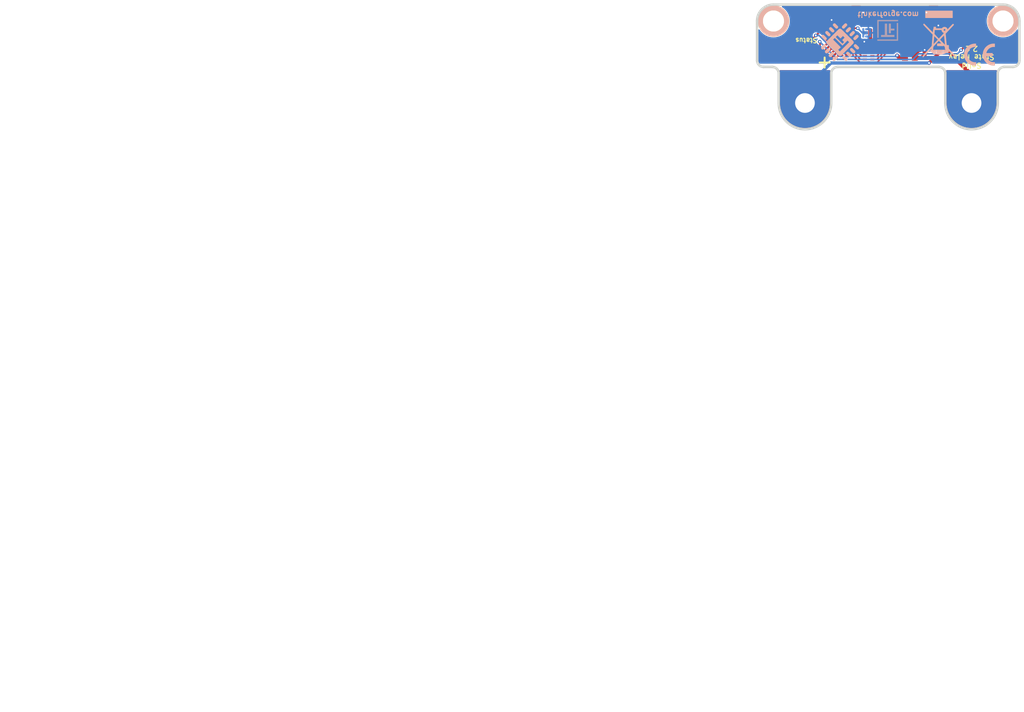
<source format=kicad_pcb>
(kicad_pcb (version 20211014) (generator pcbnew)
  (title_block (title "Solid State Relay Bricklet") (date "2023-01-27") (rev "2.1") (company "Tinkerforge GmbH") (comment 1 "Licensed under CERN OHL v.1.1") (comment 2 "Copyright (©) 2023, T.Schneidermann <tim@tinkerforge.com>"))
  (layers (0 "F.Cu" mixed "Vorderseite") (31 "B.Cu" signal "Rückseite") (34 "B.Paste" user) (35 "F.Paste" user) (36 "B.SilkS" user "B.Silkscreen") (37 "F.SilkS" user "F.Silkscreen") (38 "B.Mask" user) (39 "F.Mask" user) (44 "Edge.Cuts" user))
  (net 0 "")
  (net 1 "+5V")
  (net 2 "GND")
  (net 3 "VCC")
  (net 4 "Net-(P1-Pad4)")
  (net 5 "Net-(P1-Pad5)")
  (net 6 "Net-(P1-Pad6)")
  (net 7 "Net-(C1-Pad1)")
  (net 8 "Net-(D1-Pad2)")
  (net 9 "Net-(P5-Pad2)")
  (net 10 "SSR")
  (net 11 "Net-(R3-Pad1)")
  (net 12 "S-MISO")
  (net 13 "S-MOSI")
  (net 14 "S-CLK")
  (net 15 "S-CS")
  (net 31 "Net-(Q1-PadD)")
  (footprint "kicad-libraries:Fiducial_Mark" (layer "F.Cu") (at 135.3 94.6 -90)
    (fp_text reference "Fiducial_Mark" hide)
    (fp_text value "VAL**" hide)
    (pad "1" smd circle locked (at 0 0 270) (size 1.00076 1.00076) (layers "F.Cu" "F.Paste" "F.Mask") (clearance 0.65024))
  )
  (footprint "kicad-libraries:C0805" (layer "F.Cu") (at 154 94.2)
    (fp_text reference "C2")
    (fp_text value "10uF")
    (pad "1" smd rect locked (at -1.00076 0) (size 1.00076 1.24968) (layers "F.Cu" "F.Paste" "F.Mask") (net 3 "VCC") (clearance 0.14986))
    (pad "2" smd rect locked (at 1.00076 0) (size 1.00076 1.24968) (layers "F.Cu" "F.Paste" "F.Mask") (net 2 "GND") (clearance 0.14986))
  )
  (footprint "kicad-libraries:C0603F" (layer "F.Cu") (at 153.8 95.7)
    (fp_text reference "C3")
    (fp_text value "1uF")
    (pad "1" smd rect locked (at -0.75 0) (size 0.9 0.9) (layers "F.Cu" "F.Paste" "F.Mask") (net 3 "VCC"))
    (pad "2" smd rect locked (at 0.75 0) (size 0.9 0.9) (layers "F.Cu" "F.Paste" "F.Mask") (net 2 "GND"))
  )
  (footprint "kicad-libraries:C0603F" (layer "F.Cu") (at 140.8 91 45)
    (fp_text reference "C4")
    (fp_text value "100nF")
    (pad "1" smd rect locked (at -0.75 0 45) (size 0.9 0.9) (layers "F.Cu" "F.Paste" "F.Mask") (net 3 "VCC"))
    (pad "2" smd rect locked (at 0.75 0 45) (size 0.9 0.9) (layers "F.Cu" "F.Paste" "F.Mask") (net 2 "GND"))
  )
  (footprint "kicad-libraries:CON-SENSOR2" (layer "F.Cu") (at 151.5 87.6 180)
    (fp_text reference "P1")
    (fp_text value "CON-SENSOR2")
    (pad "1" smd rect locked (at -3.75 -4.6 180) (size 0.6 1.8) (layers "F.Cu" "F.Paste" "F.Mask") (net 1 "+5V"))
    (pad "2" smd rect locked (at -2.5 -4.6 180) (size 0.6 1.8) (layers "F.Cu" "F.Paste" "F.Mask") (net 2 "GND"))
    (pad "3" smd rect locked (at -1.25 -4.6 180) (size 0.6 1.8) (layers "F.Cu" "F.Paste" "F.Mask") (net 3 "VCC"))
    (pad "4" smd rect locked (at 0 -4.6 180) (size 0.6 1.8) (layers "F.Cu" "F.Paste" "F.Mask") (net 4 "Net-(P1-Pad4)"))
    (pad "5" smd rect locked (at 1.25 -4.6 180) (size 0.6 1.8) (layers "F.Cu" "F.Paste" "F.Mask") (net 5 "Net-(P1-Pad5)"))
    (pad "6" smd rect locked (at 2.5 -4.6 180) (size 0.6 1.8) (layers "F.Cu" "F.Paste" "F.Mask") (net 6 "Net-(P1-Pad6)"))
    (pad "7" smd rect locked (at 3.75 -4.6 180) (size 0.6 1.8) (layers "F.Cu" "F.Paste" "F.Mask") (net 7 "Net-(C1-Pad1)"))
    (pad "EP" smd rect locked (at 5.9 -1.2 180) (size 1.4 2.4) (layers "F.Cu" "F.Paste" "F.Mask") (net 2 "GND"))
    (pad "EP" smd rect locked (at -5.9 -1.2 180) (size 1.4 2.4) (layers "F.Cu" "F.Paste" "F.Mask") (net 2 "GND"))
  )
  (footprint "kicad-libraries:Drill" (layer "F.Cu") (at 163.2 102.6 -90)
    (fp_text reference "P3" hide)
    (fp_text value "TST" hide)
    (pad "1" thru_hole circle (at 0 0 270) (size 4.7 4.7) (drill 3) (layers *.Cu *.Mask) (net 31 "Net-(Q1-PadD)"))
  )
  (footprint "kicad-libraries:Drill" (layer "F.Cu") (at 137.8 102.6 -90)
    (fp_text reference "P2" hide)
    (fp_text value "TST" hide)
    (pad "1" thru_hole circle (at 0 0 270) (size 4.7 4.7) (drill 3) (layers *.Cu *.Mask) (net 1 "+5V"))
  )
  (footprint "kicad-libraries:SOT23GDS" (layer "F.Cu") (at 159.9 91.8)
    (fp_text reference "Q1")
    (fp_text value "2N7002P")
    (pad "D" smd rect locked (at 0 1.016) (size 0.9144 0.9144) (layers "F.Cu" "F.Paste" "F.Mask") (net 31 "Net-(Q1-PadD)"))
    (pad "G" smd rect locked (at 0.889 -1.016) (size 0.9144 0.9144) (layers "F.Cu" "F.Paste" "F.Mask") (net 10 "SSR"))
    (pad "S" smd rect locked (at -0.889 -1.016) (size 0.9144 0.9144) (layers "F.Cu" "F.Paste" "F.Mask") (net 2 "GND"))
  )
  (footprint "kicad-libraries:R0603F" (layer "F.Cu") (at 138 95.7 180)
    (fp_text reference "R3")
    (fp_text value "1k")
    (pad "1" smd rect locked (at -0.75 0 180) (size 0.9 0.9) (layers "F.Cu" "F.Paste" "F.Mask") (net 11 "Net-(R3-Pad1)"))
    (pad "2" smd rect locked (at 0.75 0 180) (size 0.9 0.9) (layers "F.Cu" "F.Paste" "F.Mask") (net 8 "Net-(D1-Pad2)"))
  )
  (footprint "kicad-libraries:4X0402" (layer "F.Cu") (at 147.5 95.7 90)
    (fp_text reference "RP1")
    (fp_text value "82")
    (pad "1" smd rect locked (at -0.7493 0.575 270) (size 0.29972 0.65) (layers "F.Cu" "F.Paste" "F.Mask") (net 4 "Net-(P1-Pad4)"))
    (pad "2" smd rect locked (at -0.24892 0.575 270) (size 0.29972 0.65) (layers "F.Cu" "F.Paste" "F.Mask") (net 5 "Net-(P1-Pad5)"))
    (pad "3" smd rect locked (at 0.24892 0.575 270) (size 0.29972 0.65) (layers "F.Cu" "F.Paste" "F.Mask") (net 6 "Net-(P1-Pad6)"))
    (pad "4" smd rect locked (at 0.7493 0.575 270) (size 0.29972 0.65) (layers "F.Cu" "F.Paste" "F.Mask") (net 7 "Net-(C1-Pad1)"))
    (pad "5" smd rect locked (at 0.7493 -0.575 90) (size 0.29972 0.65) (layers "F.Cu" "F.Paste" "F.Mask") (net 12 "S-MISO"))
    (pad "6" smd rect locked (at 0.24892 -0.575 90) (size 0.29972 0.65) (layers "F.Cu" "F.Paste" "F.Mask") (net 13 "S-MOSI"))
    (pad "7" smd rect locked (at -0.24892 -0.575 90) (size 0.29972 0.65) (layers "F.Cu" "F.Paste" "F.Mask") (net 14 "S-CLK"))
    (pad "8" smd rect locked (at -0.7493 -0.575 90) (size 0.29972 0.65) (layers "F.Cu" "F.Paste" "F.Mask") (net 15 "S-CS"))
  )
  (footprint "kicad-libraries:QFN24-4x4mm-0.5mm" (layer "F.Cu") (at 143.2 93.3 -135)
    (fp_text reference "U1")
    (fp_text value "XMC110024")
    (pad "1" smd oval locked (at -2.025 -1.25 225) (size 1 0.3) (layers "F.Cu" "F.Paste" "F.Mask") (net 12 "S-MISO"))
    (pad "2" smd oval locked (at -2.025 -0.75 225) (size 1 0.3) (layers "F.Cu" "F.Paste" "F.Mask"))
    (pad "3" smd oval locked (at -2.025 -0.25 225) (size 1 0.3) (layers "F.Cu" "F.Paste" "F.Mask"))
    (pad "4" smd oval locked (at -2.025 0.25 225) (size 1 0.3) (layers "F.Cu" "F.Paste" "F.Mask") (net 9 "Net-(P5-Pad2)"))
    (pad "5" smd oval locked (at -2.025 0.75 225) (size 1 0.3) (layers "F.Cu" "F.Paste" "F.Mask"))
    (pad "6" smd oval locked (at -2.025 1.25 225) (size 1 0.3) (layers "F.Cu" "F.Paste" "F.Mask"))
    (pad "7" smd oval locked (at -1.25 2.025 315) (size 1 0.3) (layers "F.Cu" "F.Paste" "F.Mask"))
    (pad "8" smd oval locked (at -0.75 2.025 315) (size 1 0.3) (layers "F.Cu" "F.Paste" "F.Mask"))
    (pad "9" smd oval locked (at -0.25 2.025 315) (size 1 0.3) (layers "F.Cu" "F.Paste" "F.Mask") (net 2 "GND"))
    (pad "10" smd oval locked (at 0.25 2.025 315) (size 1 0.3) (layers "F.Cu" "F.Paste" "F.Mask") (net 3 "VCC"))
    (pad "11" smd oval locked (at 0.75 2.025 315) (size 1 0.3) (layers "F.Cu" "F.Paste" "F.Mask"))
    (pad "12" smd oval locked (at 1.25 2.025 315) (size 1 0.3) (layers "F.Cu" "F.Paste" "F.Mask"))
    (pad "13" smd oval locked (at 2.025 1.25 225) (size 1 0.3) (layers "F.Cu" "F.Paste" "F.Mask") (net 10 "SSR"))
    (pad "14" smd oval locked (at 2.025 0.75 225) (size 1 0.3) (layers "F.Cu" "F.Paste" "F.Mask"))
    (pad "15" smd oval locked (at 2.025 0.25 225) (size 1 0.3) (layers "F.Cu" "F.Paste" "F.Mask") (net 11 "Net-(R3-Pad1)"))
    (pad "16" smd oval locked (at 2.025 -0.25 225) (size 1 0.3) (layers "F.Cu" "F.Paste" "F.Mask"))
    (pad "17" smd oval locked (at 2.025 -0.75 225) (size 1 0.3) (layers "F.Cu" "F.Paste" "F.Mask"))
    (pad "18" smd oval locked (at 2.025 -1.25 225) (size 1 0.3) (layers "F.Cu" "F.Paste" "F.Mask"))
    (pad "19" smd oval locked (at 1.25 -2.025 315) (size 1 0.3) (layers "F.Cu" "F.Paste" "F.Mask"))
    (pad "20" smd oval locked (at 0.75 -2.025 315) (size 1 0.3) (layers "F.Cu" "F.Paste" "F.Mask"))
    (pad "21" smd oval locked (at 0.25 -2.025 315) (size 1 0.3) (layers "F.Cu" "F.Paste" "F.Mask"))
    (pad "22" smd oval locked (at -0.25 -2.025 315) (size 1 0.3) (layers "F.Cu" "F.Paste" "F.Mask") (net 15 "S-CS"))
    (pad "23" smd oval locked (at -0.75 -2.025 315) (size 1 0.3) (layers "F.Cu" "F.Paste" "F.Mask") (net 14 "S-CLK"))
    (pad "24" smd oval locked (at -1.25 -2.025 315) (size 1 0.3) (layers "F.Cu" "F.Paste" "F.Mask") (net 13 "S-MOSI"))
    (pad "EXP" smd rect locked (at -0.65 -0.65 225) (size 1.3 1.3) (layers "F.Cu" "F.Paste" "F.Mask") (net 2 "GND"))
    (pad "EXP" smd rect locked (at 0.65 0.65 225) (size 1.3 1.3) (layers "F.Cu" "F.Paste" "F.Mask") (net 2 "GND"))
    (pad "EXP" smd rect locked (at 0.65 -0.65 225) (size 1.3 1.3) (layers "F.Cu" "F.Paste" "F.Mask") (net 2 "GND"))
    (pad "EXP" smd rect locked (at -0.65 0.65 225) (size 1.3 1.3) (layers "F.Cu" "F.Paste" "F.Mask") (net 2 "GND"))
  )
  (footprint "kicad-libraries:DRILL_NP" (layer "F.Cu") (at 168 90.1 -90)
    (fp_text reference "U2" hide)
    (fp_text value "DRILL" hide)
    (pad "" np_thru_hole circle (at 0 0 270) (size 3.2 3.2) (drill 3.2) (layers F&B.Cu *.Mask) (clearance 0.89))
  )
  (footprint "kicad-libraries:DRILL_NP" (layer "F.Cu") (at 133 90.1 -90)
    (fp_text reference "U3" hide)
    (fp_text value "DRILL" hide)
    (pad "" np_thru_hole circle (at 0 0 270) (size 3.2 3.2) (drill 3.2) (layers F&B.Cu *.Mask) (clearance 0.89))
  )
  (footprint "kicad-libraries:R0603F" (layer "F.Cu") (at 159.9 89 180)
    (fp_text reference "R1")
    (fp_text value "10k")
    (pad "1" smd rect locked (at -0.75 0 180) (size 0.9 0.9) (layers "F.Cu" "F.Paste" "F.Mask") (net 10 "SSR"))
    (pad "2" smd rect locked (at 0.75 0 180) (size 0.9 0.9) (layers "F.Cu" "F.Paste" "F.Mask") (net 2 "GND"))
  )
  (footprint "kicad-libraries:R0603F" (layer "F.Cu") (at 159.1 94.1)
    (fp_text reference "R2")
    (fp_text value "1k")
    (pad "1" smd rect locked (at -0.75 0) (size 0.9 0.9) (layers "F.Cu" "F.Paste" "F.Mask") (net 1 "+5V"))
    (pad "2" smd rect locked (at 0.75 0) (size 0.9 0.9) (layers "F.Cu" "F.Paste" "F.Mask") (net 31 "Net-(Q1-PadD)"))
  )
  (footprint "kicad-libraries:C0402F" (layer "F.Cu") (at 147.5 94 180)
    (fp_text reference "C1")
    (fp_text value "220pF")
    (pad "1" smd rect locked (at -0.5 0 180) (size 0.6 0.7) (layers "F.Cu" "F.Paste" "F.Mask") (net 7 "Net-(C1-Pad1)"))
    (pad "2" smd rect locked (at 0.5 0 180) (size 0.6 0.7) (layers "F.Cu" "F.Paste" "F.Mask") (net 2 "GND"))
  )
  (footprint "kicad-libraries:D0603F" (layer "F.Cu") (at 138 94.4 180)
    (fp_text reference "D1")
    (fp_text value "blue")
    (pad "1" smd rect locked (at -0.75 0 180) (size 0.9 0.9) (layers "F.Cu" "F.Paste" "F.Mask") (net 3 "VCC"))
    (pad "2" smd rect locked (at 0.75 0 180) (size 0.9 0.9) (layers "F.Cu" "F.Paste" "F.Mask") (net 8 "Net-(D1-Pad2)"))
  )
  (footprint "Logo_31x31m" (layer "B.Cu") (at 152 93.1 180)
    (fp_text reference "G***" hide)
    (fp_text value "LOGO" hide)
  )
  (footprint "kicad-libraries:WEEE_7mm" (layer "B.Cu") (at 158.25 92.1)
    (fp_text reference "VAL" hide)
    (fp_text value "WEEE_7mm" hide)
  )
  (footprint "kicad-libraries:SolderJumper" (layer "B.Cu") (at 147.25 91.9 180)
    (fp_text reference "P5")
    (fp_text value "BOOT")
    (pad "1" smd rect locked (at -0.5 0 180) (size 0.4 1.4) (layers "B.Cu" "B.Mask") (net 2 "GND"))
    (pad "1" smd rect locked (at -0.225 -0.55 180) (size 0.95 0.3) (layers "B.Cu" "B.Mask") (net 2 "GND"))
    (pad "1" smd rect locked (at -0.225 0.55 180) (size 0.95 0.3) (layers "B.Cu" "B.Mask") (net 2 "GND"))
    (pad "2" smd rect locked (at 0.55 0 180) (size 0.3 1.4) (layers "B.Cu" "B.Mask") (net 9 "Net-(P5-Pad2)"))
    (pad "2" smd rect locked (at 0.15 0 180) (size 0.6 0.5) (layers "B.Cu" "B.Mask") (net 9 "Net-(P5-Pad2)"))
  )
  (footprint "kicad-libraries:Logo_CoMCU" (layer "B.Cu") (at 143.15 93.35 45)
    (fp_text reference "G***" hide)
    (fp_text value "LOGO" hide)
  )
  (footprint "kicad-libraries:CE_5mm" (layer "B.Cu") (at 164.45 95.225)
    (fp_text reference "VAL" hide)
    (fp_text value "CE_5mm" hide)
  )
  (gr_line (start 168.2 97.1) (end 169.5 97.1) (layer "Edge.Cuts") (width 0.381))
  (gr_arc (start 168 87.6) (mid 169.767767 88.332233) (end 170.5 90.1) (layer "Edge.Cuts") (width 0.381))
  (gr_arc (start 167.2 98.1) (mid 167.492893 97.392893) (end 168.2 97.1) (layer "Edge.Cuts") (width 0.381))
  (gr_arc (start 141.8 102.6) (mid 140.628427 105.428427) (end 137.8 106.6) (layer "Edge.Cuts") (width 0.381))
  (gr_line (start 133.8 102.6) (end 133.8 98.1) (layer "Edge.Cuts") (width 0.381))
  (gr_arc (start 132.8 97.1) (mid 133.507107 97.392893) (end 133.8 98.1) (layer "Edge.Cuts") (width 0.381))
  (gr_arc (start 170.5 96.1) (mid 170.207107 96.807107) (end 169.5 97.1) (layer "Edge.Cuts") (width 0.381))
  (gr_arc (start 158.2 97.1) (mid 158.907107 97.392893) (end 159.2 98.1) (layer "Edge.Cuts") (width 0.381))
  (gr_line (start 131.5 97.1) (end 132.8 97.1) (layer "Edge.Cuts") (width 0.381))
  (gr_line (start 133 87.6) (end 168 87.6) (layer "Edge.Cuts") (width 0.381))
  (gr_line (start 158.2 97.1) (end 142.8 97.1) (layer "Edge.Cuts") (width 0.381))
  (gr_arc (start 137.8 106.6) (mid 134.971573 105.428427) (end 133.8 102.6) (layer "Edge.Cuts") (width 0.381))
  (gr_line (start 170.5 96.1) (end 170.5 90.1) (layer "Edge.Cuts") (width 0.381))
  (gr_arc (start 167.2 102.6) (mid 166.028427 105.428427) (end 163.2 106.6) (layer "Edge.Cuts") (width 0.381))
  (gr_line (start 130.5 96.1) (end 130.5 90.1) (layer "Edge.Cuts") (width 0.381))
  (gr_line (start 141.8 102.6) (end 141.8 98.1) (layer "Edge.Cuts") (width 0.381))
  (gr_arc (start 163.2 106.6) (mid 160.371573 105.428427) (end 159.2 102.6) (layer "Edge.Cuts") (width 0.381))
  (gr_arc (start 141.8 98.1) (mid 142.092893 97.392893) (end 142.8 97.1) (layer "Edge.Cuts") (width 0.381))
  (gr_arc (start 131.5 97.1) (mid 130.792893 96.807107) (end 130.5 96.1) (layer "Edge.Cuts") (width 0.381))
  (gr_line (start 159.2 102.6) (end 159.2 98.1) (layer "Edge.Cuts") (width 0.381))
  (gr_arc (start 130.5 90.1) (mid 131.232233 88.332233) (end 133 87.6) (layer "Edge.Cuts") (width 0.381))
  (gr_line (start 167.2 102.6) (end 167.2 98.1) (layer "Edge.Cuts") (width 0.381))
  (gr_text "tinkerforge.com" (at 150.5 89.1 180) (layer "B.SilkS") (effects (font (size 0.8 0.8)) (justify mirror)))
  (gr_text "Solid\nState Relay\n2.1" (at 163.2 95.6 180) (layer "F.SilkS") (effects (font (size 0.8 0.8))))
  (gr_text "+" (at 140.95 96.43 270) (layer "F.SilkS") (effects (font (size 2 2) (thickness 0.3))))
  (gr_text "Status" (at 138 93.05 180) (layer "F.SilkS") (effects (font (size 0.7 0.7))))
  (segment (start 155.8 92.2) (end 157.7 94.1) (width 0.29972) (layer "F.Cu") (net 1))
  (segment (start 157.7 94.1) (end 158.35 94.1) (width 0.29972) (layer "F.Cu") (net 1))
  (segment (start 158.35 94.87) (end 156.72 96.5) (width 0.5) (layer "F.Cu") (net 1))
  (segment (start 155.25 92.2) (end 155.8 92.2) (width 0.29972) (layer "F.Cu") (net 1))
  (segment (start 158.35 94.1) (end 158.35 94.87) (width 0.5) (layer "F.Cu") (net 1))
  (via (at 156.72 96.5) (size 0.55) (drill 0.25) (layers "F.Cu" "B.Cu") (net 1))
  (segment (start 137.8 100.46) (end 137.8 102.6) (width 0.5) (layer "B.Cu") (net 1))
  (segment (start 156.72 96.5) (end 141.76 96.5) (width 0.5) (layer "B.Cu") (net 1))
  (segment (start 141.76 96.5) (end 137.8 100.46) (width 0.5) (layer "B.Cu") (net 1))
  (segment (start 141.941332 91.691332) (end 141.33033 91.08033) (width 0.2) (layer "F.Cu") (net 2))
  (segment (start 141.33033 91.08033) (end 141.33033 90.46967) (width 0.2) (layer "F.Cu") (net 2))
  (segment (start 157.6 89) (end 157.4 88.8) (width 0.55) (layer "F.Cu") (net 2))
  (segment (start 158.144 90.784) (end 158.14 90.78) (width 0.55) (layer "F.Cu") (net 2))
  (segment (start 154 93.19924) (end 155.00076 94.2) (width 0.59944) (layer "F.Cu") (net 2))
  (segment (start 155.00076 94.70924) (end 154.55 95.16) (width 0.59944) (layer "F.Cu") (net 2))
  (segment (start 154.55 95.16) (end 154.55 95.7) (width 0.59944) (layer "F.Cu") (net 2))
  (segment (start 144.119239 93.3) (end 143.2 92.380761) (width 0.2) (layer "F.Cu") (net 2))
  (segment (start 143.2 92.380761) (end 142.280761 93.3) (width 0.2) (layer "F.Cu") (net 2))
  (segment (start 142.280761 93.3) (end 143.2 94.219239) (width 0.2) (layer "F.Cu") (net 2))
  (segment (start 142.634314 92.380761) (end 141.944885 91.691332) (width 0.2) (layer "F.Cu") (net 2))
  (segment (start 155.6 95.7) (end 156.05 95.25) (width 0.59944) (layer "F.Cu") (net 2))
  (segment (start 156.05 95.25) (end 156.05 94.5) (width 0.59944) (layer "F.Cu") (net 2))
  (segment (start 154 92.2) (end 154 93.19924) (width 0.59944) (layer "F.Cu") (net 2))
  (segment (start 141.33033 90.46967) (end 141.86 89.94) (width 0.55) (layer "F.Cu") (net 2))
  (segment (start 159.011 90.784) (end 158.144 90.784) (width 0.55) (layer "F.Cu") (net 2))
  (segment (start 141.944885 91.691332) (end 141.941332 91.691332) (width 0.2) (layer "F.Cu") (net 2))
  (segment (start 143.2 92.380761) (end 142.634314 92.380761) (width 0.2) (layer "F.Cu") (net 2))
  (segment (start 157.4 88.8) (end 156.325 88.8) (width 0.55) (layer "F.Cu") (net 2))
  (segment (start 146.85 94) (end 146.85 93.25) (width 0.55) (layer "F.Cu") (net 2))
  (segment (start 159.15 89) (end 157.6 89) (width 0.55) (layer "F.Cu") (net 2))
  (segment (start 145.6 88.8) (end 146.675 88.8) (width 0.55) (layer "F.Cu") (net 2))
  (segment (start 154.55 95.7) (end 155.6 95.7) (width 0.59944) (layer "F.Cu") (net 2))
  (segment (start 155.00076 94.2) (end 155.00076 94.70924) (width 0.29972) (layer "F.Cu") (net 2))
  (segment (start 143.2 94.219239) (end 144.119239 93.3) (width 0.2) (layer "F.Cu") (net 2))
  (via (at 158.14 90.78) (size 0.55) (drill 0.25) (layers "F.Cu" "B.Cu") (net 2))
  (via (at 146.675 88.8) (size 0.55) (drill 0.25) (layers "F.Cu" "B.Cu") (net 2))
  (via (at 146.85 93.25) (size 0.55) (drill 0.25) (layers "F.Cu" "B.Cu") (net 2))
  (via (at 156.325 88.8) (size 0.55) (drill 0.25) (layers "F.Cu" "B.Cu") (net 2))
  (via (at 156.05 94.5) (size 0.55) (drill 0.25) (layers "F.Cu" "B.Cu") (net 2))
  (via (at 141.86 89.94) (size 0.55) (drill 0.25) (layers "F.Cu" "B.Cu") (net 2))
  (segment (start 147.475 91.35) (end 147.475 90.875) (width 0.25) (layer "B.Cu") (net 2))
  (segment (start 147.475 92.45) (end 147.475 92.975) (width 0.25) (layer "B.Cu") (net 2))
  (segment (start 147.75 91.9) (end 148.375 91.9) (width 0.25) (layer "B.Cu") (net 2))
  (segment (start 141.591332 92.041332) (end 141.08033 91.53033) (width 0.2) (layer "F.Cu") (net 3))
  (segment (start 141.08033 91.53033) (end 140.26967 91.53033) (width 0.2) (layer "F.Cu") (net 3))
  (segment (start 153.05 94.25076) (end 152.99924 94.2) (width 0.29972) (layer "F.Cu") (net 3))
  (segment (start 152.99924 93.54924) (end 152.75 93.3) (width 0.59944) (layer "F.Cu") (net 3))
  (segment (start 152.75 93.3) (end 152.75 92.2) (width 0.59944) (layer "F.Cu") (net 3))
  (segment (start 139.45 92.35) (end 140.26967 91.53033) (width 0.25) (layer "F.Cu") (net 3))
  (segment (start 152.2 95.7) (end 151.85 95.35) (width 0.59944) (layer "F.Cu") (net 3))
  (segment (start 139.45 92.3) (end 139.475 92.325) (width 0.25) (layer "F.Cu") (net 3))
  (segment (start 139.475 92.325) (end 139.45 92.35) (width 0.25) (layer "F.Cu") (net 3))
  (segment (start 138.75 94.4) (end 138.75 93) (width 0.2) (layer "F.Cu") (net 3))
  (segment (start 153.05 95.7) (end 152.2 95.7) (width 0.59944) (layer "F.Cu") (net 3))
  (segment (start 141.591332 92.044885) (end 141.591332 92.041332) (width 0.2) (layer "F.Cu") (net 3))
  (segment (start 153.05 95.7) (end 153.05 94.25076) (width 0.59944) (layer "F.Cu") (net 3))
  (segment (start 138.75 93) (end 139.45 92.3) (width 0.2) (layer "F.Cu") (net 3))
  (segment (start 152.99924 94.2) (end 152.99924 93.54924) (width 0.59944) (layer "F.Cu") (net 3))
  (via (at 139.45 92.3) (size 0.55) (drill 0.25) (layers "F.Cu" "B.Cu") (net 3))
  (via (at 151.85 95.35) (size 0.55) (drill 0.25) (layers "F.Cu" "B.Cu") (net 3))
  (segment (start 151.85 95.35) (end 151.7 95.5) (width 0.25) (layer "B.Cu") (net 3))
  (segment (start 151.7 95.5) (end 143.15 95.5) (width 0.25) (layer "B.Cu") (net 3))
  (segment (start 143.15 95.5) (end 139.95 92.3) (width 0.25) (layer "B.Cu") (net 3))
  (segment (start 139.95 92.3) (end 139.45 92.3) (width 0.25) (layer "B.Cu") (net 3))
  (segment (start 151.5 93.7) (end 148.7507 96.4493) (width 0.2) (layer "F.Cu") (net 4))
  (segment (start 148.7507 96.4493) (end 148.075 96.4493) (width 0.2) (layer "F.Cu") (net 4))
  (segment (start 151.5 92.2) (end 151.5 93.7) (width 0.2) (layer "F.Cu") (net 4))
  (segment (start 150.25 94.45) (end 148.75108 95.94892) (width 0.2) (layer "F.Cu") (net 5))
  (segment (start 148.75108 95.94892) (end 148.075 95.94892) (width 0.2) (layer "F.Cu") (net 5))
  (segment (start 150.25 92) (end 150.25 94.45) (width 0.2) (layer "F.Cu") (net 5))
  (segment (start 149 94.6) (end 149 95.2) (width 0.2) (layer "F.Cu") (net 6))
  (segment (start 149 95.2) (end 148.74892 95.45108) (width 0.2) (layer "F.Cu") (net 6))
  (segment (start 148.74892 95.45108) (end 148.075 95.45108) (width 0.2) (layer "F.Cu") (net 6))
  (segment (start 149 92.2) (end 149 94.6) (width 0.2) (layer "F.Cu") (net 6))
  (segment (start 148.075 94.075) (end 148.15 94) (width 0.2) (layer "F.Cu") (net 7))
  (segment (start 148.15 93.65) (end 147.75 93.25) (width 0.2) (layer "F.Cu") (net 7))
  (segment (start 147.75 93.25) (end 147.75 92.2) (width 0.2) (layer "F.Cu") (net 7))
  (segment (start 148.075 94.9507) (end 148.075 94.075) (width 0.2) (layer "F.Cu") (net 7))
  (segment (start 148.15 94) (end 148.15 93.65) (width 0.2) (layer "F.Cu") (net 7))
  (segment (start 137.25 95.7) (end 137.25 94.4) (width 0.2) (layer "F.Cu") (net 8))
  (segment (start 144.458668 91.691332) (end 144.95 91.2) (width 0.25) (layer "F.Cu") (net 9))
  (segment (start 144.95 91.2) (end 145.85 91.2) (width 0.25) (layer "F.Cu") (net 9))
  (segment (start 144.455115 91.691332) (end 144.458668 91.691332) (width 0.25) (layer "F.Cu") (net 9))
  (via (at 145.85 91.2) (size 0.55) (drill 0.25) (layers "F.Cu" "B.Cu") (net 9))
  (segment (start 145.85 91.2) (end 146.55 91.9) (width 0.25) (layer "B.Cu") (net 9))
  (segment (start 146.55 91.9) (end 146.7 91.9) (width 0.25) (layer "B.Cu") (net 9))
  (segment (start 146.7 91.9) (end 147.1 91.9) (width 0.25) (layer "B.Cu") (net 9))
  (segment (start 140.05 93.25) (end 140.1 93.3) (width 0.25) (layer "F.Cu") (net 10))
  (segment (start 140.1 93.3) (end 140.1 94.1) (width 0.25) (layer "F.Cu") (net 10))
  (segment (start 140.1 94.1) (end 140.25 94.25) (width 0.25) (layer "F.Cu") (net 10))
  (segment (start 140.25 94.25) (end 140.482233 94.25) (width 0.25) (layer "F.Cu") (net 10))
  (segment (start 140.482233 94.25) (end 140.884225 93.848008) (width 0.25) (layer "F.Cu") (net 10))
  (segment (start 160.789 89.139) (end 160.65 89) (width 0.25) (layer "F.Cu") (net 10))
  (segment (start 161.484 90.784) (end 161.9 91.2) (width 0.25) (layer "F.Cu") (net 10))
  (segment (start 161.9 94.25) (end 161.6 94.55) (width 0.25) (layer "F.Cu") (net 10))
  (segment (start 160.789 90.784) (end 160.789 89.139) (width 0.25) (layer "F.Cu") (net 10))
  (segment (start 160.789 90.784) (end 161.484 90.784) (width 0.25) (layer "F.Cu") (net 10))
  (segment (start 161.9 91.2) (end 161.9 94.25) (width 0.25) (layer "F.Cu") (net 10))
  (via (at 161.6 94.55) (size 0.55) (drill 0.25) (layers "F.Cu" "B.Cu") (net 10))
  (via (at 140.05 93.25) (size 0.55) (drill 0.25) (layers "F.Cu" "B.Cu") (net 10))
  (segment (start 161.6 94.55) (end 161.05 95.1) (width 0.25) (layer "B.Cu") (net 10))
  (segment (start 161.05 95.1) (end 155.1 95.1) (width 0.25) (layer "B.Cu") (net 10))
  (segment (start 155.1 95.1) (end 154.25 95.95) (width 0.25) (layer "B.Cu") (net 10))
  (segment (start 154.25 95.95) (end 142.75 95.95) (width 0.25) (layer "B.Cu") (net 10))
  (segment (start 142.75 95.95) (end 140.05 93.25) (width 0.25) (layer "B.Cu") (net 10))
  (segment (start 141.591332 94.555115) (end 140.446447 95.7) (width 0.2) (layer "F.Cu") (net 11))
  (segment (start 140.446447 95.7) (end 138.75 95.7) (width 0.2) (layer "F.Cu") (net 11))
  (segment (start 146.2 93.436217) (end 146.2 94.7) (width 0.2) (layer "F.Cu") (net 12))
  (segment (start 146.2 94.7) (end 146.4507 94.9507) (width 0.2) (layer "F.Cu") (net 12))
  (segment (start 146.4507 94.9507) (end 146.925 94.9507) (width 0.2) (layer "F.Cu") (net 12))
  (segment (start 145.515775 92.751992) (end 146.2 93.436217) (width 0.2) (layer "F.Cu") (net 12))
  (segment (start 145.849998 94.182231) (end 145.849998 94.849998) (width 0.2) (layer "F.Cu") (net 13))
  (segment (start 145.849998 94.849998) (end 146.45108 95.45108) (width 0.2) (layer "F.Cu") (net 13))
  (segment (start 146.45108 95.45108) (end 146.925 95.45108) (width 0.2) (layer "F.Cu") (net 13))
  (segment (start 145.515775 93.848008) (end 145.849998 94.182231) (width 0.2) (layer "F.Cu") (net 13))
  (segment (start 145.475 94.51434) (end 145.475 95.15) (width 0.2) (layer "F.Cu") (net 14))
  (segment (start 145.475 95.15) (end 146.27392 95.94892) (width 0.2) (layer "F.Cu") (net 14))
  (segment (start 146.27392 95.94892) (end 146.925 95.94892) (width 0.2) (layer "F.Cu") (net 14))
  (segment (start 145.162221 94.201561) (end 145.475 94.51434) (width 0.2) (layer "F.Cu") (net 14))
  (segment (start 145.12 94.866447) (end 145.12 95.32) (width 0.2) (layer "F.Cu") (net 15))
  (segment (start 145.12 95.32) (end 146.2493 96.4493) (width 0.2) (layer "F.Cu") (net 15))
  (segment (start 146.2493 96.4493) (end 146.925 96.4493) (width 0.2) (layer "F.Cu") (net 15))
  (segment (start 144.808668 94.555115) (end 145.12 94.866447) (width 0.2) (layer "F.Cu") (net 15))
  (segment (start 159.9 94.05) (end 159.85 94.1) (width 0.29972) (layer "F.Cu") (net 31))
  (segment (start 159.85 94.95) (end 163.2 98.3) (width 0.59944) (layer "F.Cu") (net 31))
  (segment (start 163.2 98.3) (end 163.2 102.6) (width 0.59944) (layer "F.Cu") (net 31))
  (segment (start 159.9 92.816) (end 159.9 94.05) (width 0.59944) (layer "F.Cu") (net 31))
  (segment (start 159.85 94.1) (end 159.85 94.95) (width 0.59944) (layer "F.Cu") (net 31))
  (zone (net 1) (net_name "+5V") (layer "F.Cu") (connect_pads yes (clearance 0)) (min_thickness 0.2) (fill yes (thermal_gap 0.2) (thermal_bridge_width 0.3))
    (polygon (pts (xy 141.8 97.6) (xy 133.8 97.6) (xy 133.8 106.8) (xy 141.8 106.8)))
  )
  (zone (net 31) (net_name "Net-(Q1-PadD)") (layer "F.Cu") (connect_pads yes (clearance 0)) (min_thickness 0.2) (fill yes (thermal_gap 0.2) (thermal_bridge_width 0.3))
    (polygon (pts (xy 167.2 106.8) (xy 167.2 97.6) (xy 159.2 97.6) (xy 159.2 106.8)))
  )
  (zone (net 1) (net_name "+5V") (layer "B.Cu") (connect_pads yes (clearance 0)) (min_thickness 0.2) (fill yes (thermal_gap 0.2) (thermal_bridge_width 0.3))
    (polygon (pts (xy 141.8 106.8) (xy 141.8 97.6) (xy 133.8 97.6) (xy 133.8 106.8)))
  )
  (zone (net 31) (net_name "Net-(Q1-PadD)") (layer "B.Cu") (connect_pads yes (clearance 0)) (min_thickness 0.2) (fill yes (thermal_gap 0.2) (thermal_bridge_width 0.3))
    (polygon (pts (xy 159.2 97.6) (xy 159.2 106.8) (xy 167.2 106.8) (xy 167.2 97.6)))
  )
  (zone (net 2) (net_name "GND") (layer "B.Cu") (connect_pads no (clearance 0.2)) (min_thickness 0.2) (fill yes (thermal_gap 0.2) (thermal_bridge_width 0.3))
    (polygon (pts (xy 130.5 96.6) (xy 130.5 87.6) (xy 170.5 87.6) (xy 170.5 96.6)))
  )
)
</source>
